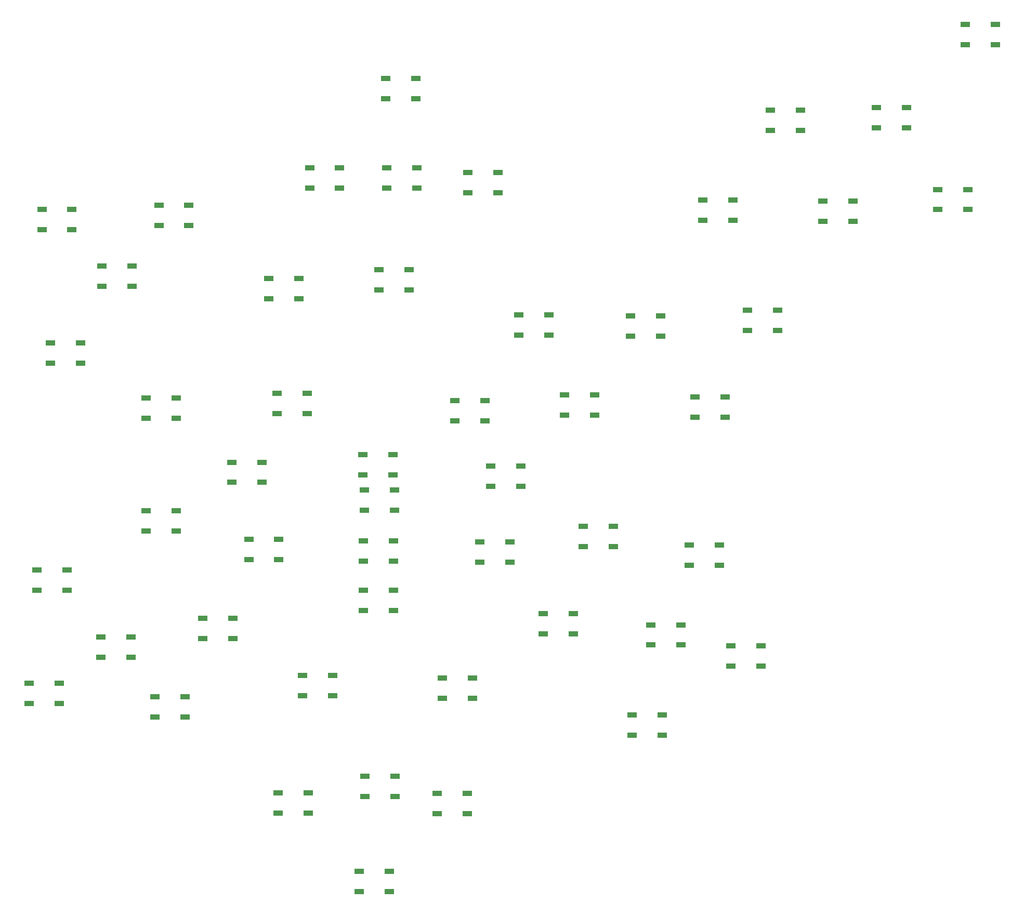
<source format=gbr>
%TF.GenerationSoftware,KiCad,Pcbnew,7.0.9*%
%TF.CreationDate,2023-12-28T12:53:37-06:00*%
%TF.ProjectId,bsidesPR,62736964-6573-4505-922e-6b696361645f,rev?*%
%TF.SameCoordinates,Original*%
%TF.FileFunction,Paste,Top*%
%TF.FilePolarity,Positive*%
%FSLAX46Y46*%
G04 Gerber Fmt 4.6, Leading zero omitted, Abs format (unit mm)*
G04 Created by KiCad (PCBNEW 7.0.9) date 2023-12-28 12:53:37*
%MOMM*%
%LPD*%
G01*
G04 APERTURE LIST*
%ADD10R,1.500000X0.900000*%
G04 APERTURE END LIST*
D10*
%TO.C,D4*%
X47400000Y-74500000D03*
X47400000Y-77800000D03*
X52300000Y-77800000D03*
X52300000Y-74500000D03*
%TD*%
%TO.C,D5*%
X74600000Y-76600000D03*
X74600000Y-79900000D03*
X79500000Y-79900000D03*
X79500000Y-76600000D03*
%TD*%
%TO.C,D35*%
X145300000Y-63750000D03*
X145300000Y-67050000D03*
X150200000Y-67050000D03*
X150200000Y-63750000D03*
%TD*%
%TO.C,D44*%
X125820000Y-116968000D03*
X125820000Y-120268000D03*
X130720000Y-120268000D03*
X130720000Y-116968000D03*
%TD*%
%TO.C,D27*%
X90250000Y-157650000D03*
X90250000Y-160950000D03*
X95150000Y-160950000D03*
X95150000Y-157650000D03*
%TD*%
%TO.C,D33*%
X144050000Y-95850000D03*
X144050000Y-99150000D03*
X148950000Y-99150000D03*
X148950000Y-95850000D03*
%TD*%
%TO.C,D26*%
X80100000Y-141250000D03*
X80100000Y-144550000D03*
X85000000Y-144550000D03*
X85000000Y-141250000D03*
%TD*%
%TO.C,D49*%
X124200000Y-134450000D03*
X124200000Y-131150000D03*
X119300000Y-131150000D03*
X119300000Y-134450000D03*
%TD*%
%TO.C,D9*%
X71350000Y-119050000D03*
X71350000Y-122350000D03*
X76250000Y-122350000D03*
X76250000Y-119050000D03*
%TD*%
%TO.C,D2*%
X37650000Y-65350000D03*
X37650000Y-68650000D03*
X42550000Y-68650000D03*
X42550000Y-65350000D03*
%TD*%
%TO.C,D25*%
X90050000Y-127350000D03*
X90050000Y-130650000D03*
X94950000Y-130650000D03*
X94950000Y-127350000D03*
%TD*%
%TO.C,D12*%
X56050000Y-144750000D03*
X56050000Y-148050000D03*
X60950000Y-148050000D03*
X60950000Y-144750000D03*
%TD*%
%TO.C,D13*%
X47250000Y-134950000D03*
X47250000Y-138250000D03*
X52150000Y-138250000D03*
X52150000Y-134950000D03*
%TD*%
%TO.C,D32*%
X122800000Y-95550000D03*
X122800000Y-98850000D03*
X127700000Y-98850000D03*
X127700000Y-95550000D03*
%TD*%
%TO.C,D23*%
X90150000Y-111050000D03*
X90150000Y-114350000D03*
X95050000Y-114350000D03*
X95050000Y-111050000D03*
%TD*%
%TO.C,D43*%
X108950000Y-119500000D03*
X108950000Y-122800000D03*
X113850000Y-122800000D03*
X113850000Y-119500000D03*
%TD*%
%TO.C,D11*%
X35550000Y-142550000D03*
X35550000Y-145850000D03*
X40450000Y-145850000D03*
X40450000Y-142550000D03*
%TD*%
%TO.C,D31*%
X115300000Y-82500000D03*
X115300000Y-85800000D03*
X120200000Y-85800000D03*
X120200000Y-82500000D03*
%TD*%
%TO.C,D10*%
X36850000Y-124050000D03*
X36850000Y-127350000D03*
X41750000Y-127350000D03*
X41750000Y-124050000D03*
%TD*%
%TO.C,D14*%
X63850000Y-131950000D03*
X63850000Y-135250000D03*
X68750000Y-135250000D03*
X68750000Y-131950000D03*
%TD*%
%TO.C,D47*%
X136850000Y-133000000D03*
X136850000Y-136300000D03*
X141750000Y-136300000D03*
X141750000Y-133000000D03*
%TD*%
%TO.C,D40*%
X164850000Y-63950000D03*
X164850000Y-67250000D03*
X169750000Y-67250000D03*
X169750000Y-63950000D03*
%TD*%
%TO.C,D8*%
X54600000Y-114450000D03*
X54600000Y-117750000D03*
X59500000Y-117750000D03*
X59500000Y-114450000D03*
%TD*%
%TO.C,D21*%
X104950000Y-96450000D03*
X104950000Y-99750000D03*
X109850000Y-99750000D03*
X109850000Y-96450000D03*
%TD*%
%TO.C,D16*%
X93650000Y-43950000D03*
X93650000Y-47250000D03*
X98550000Y-47250000D03*
X98550000Y-43950000D03*
%TD*%
%TO.C,D17*%
X107000000Y-59300000D03*
X107000000Y-62600000D03*
X111900000Y-62600000D03*
X111900000Y-59300000D03*
%TD*%
%TO.C,D24*%
X90050000Y-119350000D03*
X90050000Y-122650000D03*
X94950000Y-122650000D03*
X94950000Y-119350000D03*
%TD*%
%TO.C,D28*%
X76150000Y-160350000D03*
X76150000Y-163650000D03*
X81050000Y-163650000D03*
X81050000Y-160350000D03*
%TD*%
%TO.C,D42*%
X110750000Y-107150000D03*
X110750000Y-110450000D03*
X115650000Y-110450000D03*
X115650000Y-107150000D03*
%TD*%
%TO.C,D1*%
X39050000Y-87050000D03*
X39050000Y-90350000D03*
X43950000Y-90350000D03*
X43950000Y-87050000D03*
%TD*%
%TO.C,D34*%
X152550000Y-81750000D03*
X152550000Y-85050000D03*
X157450000Y-85050000D03*
X157450000Y-81750000D03*
%TD*%
%TO.C,D48*%
X149850000Y-136450000D03*
X149850000Y-139750000D03*
X154750000Y-139750000D03*
X154750000Y-136450000D03*
%TD*%
%TO.C,D7*%
X68600000Y-106500000D03*
X68600000Y-109800000D03*
X73500000Y-109800000D03*
X73500000Y-106500000D03*
%TD*%
%TO.C,D50*%
X138650000Y-151000000D03*
X138650000Y-147700000D03*
X133750000Y-147700000D03*
X133750000Y-151000000D03*
%TD*%
%TO.C,D37*%
X173550000Y-48750000D03*
X173550000Y-52050000D03*
X178450000Y-52050000D03*
X178450000Y-48750000D03*
%TD*%
%TO.C,D6*%
X54650000Y-96050000D03*
X54650000Y-99350000D03*
X59550000Y-99350000D03*
X59550000Y-96050000D03*
%TD*%
%TO.C,D41*%
X133550000Y-82650000D03*
X133550000Y-85950000D03*
X138450000Y-85950000D03*
X138450000Y-82650000D03*
%TD*%
%TO.C,D18*%
X93850000Y-58550000D03*
X93850000Y-61850000D03*
X98750000Y-61850000D03*
X98750000Y-58550000D03*
%TD*%
%TO.C,D30*%
X102050000Y-160450000D03*
X102050000Y-163750000D03*
X106950000Y-163750000D03*
X106950000Y-160450000D03*
%TD*%
%TO.C,D46*%
X102850000Y-141650000D03*
X102850000Y-144950000D03*
X107750000Y-144950000D03*
X107750000Y-141650000D03*
%TD*%
%TO.C,D29*%
X89350000Y-173150000D03*
X89350000Y-176450000D03*
X94250000Y-176450000D03*
X94250000Y-173150000D03*
%TD*%
%TO.C,D15*%
X81250000Y-58550000D03*
X81250000Y-61850000D03*
X86150000Y-61850000D03*
X86150000Y-58550000D03*
%TD*%
%TO.C,D38*%
X183550000Y-62050000D03*
X183550000Y-65350000D03*
X188450000Y-65350000D03*
X188450000Y-62050000D03*
%TD*%
%TO.C,D19*%
X92550000Y-75150000D03*
X92550000Y-78450000D03*
X97450000Y-78450000D03*
X97450000Y-75150000D03*
%TD*%
%TO.C,D39*%
X188050000Y-35200000D03*
X188050000Y-38500000D03*
X192950000Y-38500000D03*
X192950000Y-35200000D03*
%TD*%
%TO.C,D45*%
X143100000Y-120000000D03*
X143100000Y-123300000D03*
X148000000Y-123300000D03*
X148000000Y-120000000D03*
%TD*%
%TO.C,D22*%
X89950000Y-105250000D03*
X89950000Y-108550000D03*
X94850000Y-108550000D03*
X94850000Y-105250000D03*
%TD*%
%TO.C,D20*%
X75950000Y-95250000D03*
X75950000Y-98550000D03*
X80850000Y-98550000D03*
X80850000Y-95250000D03*
%TD*%
%TO.C,D36*%
X156300000Y-49100000D03*
X156300000Y-52400000D03*
X161200000Y-52400000D03*
X161200000Y-49100000D03*
%TD*%
%TO.C,D3*%
X56700000Y-64600000D03*
X56700000Y-67900000D03*
X61600000Y-67900000D03*
X61600000Y-64600000D03*
%TD*%
M02*

</source>
